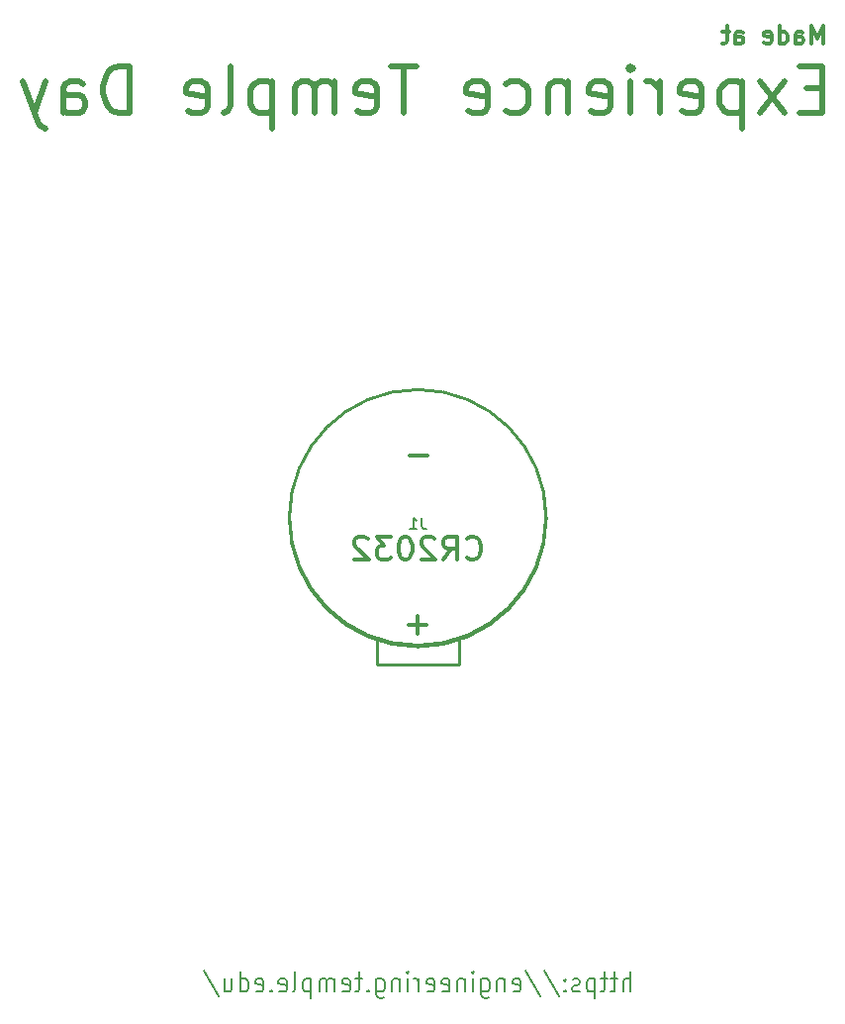
<source format=gbr>
G04 #@! TF.GenerationSoftware,KiCad,Pcbnew,(5.0.0)*
G04 #@! TF.CreationDate,2019-02-18T20:12:55-05:00*
G04 #@! TF.ProjectId,WS2812B Tiny T,575332383132422054696E7920542E6B,rev?*
G04 #@! TF.SameCoordinates,Original*
G04 #@! TF.FileFunction,Legend,Bot*
G04 #@! TF.FilePolarity,Positive*
%FSLAX46Y46*%
G04 Gerber Fmt 4.6, Leading zero omitted, Abs format (unit mm)*
G04 Created by KiCad (PCBNEW (5.0.0)) date 02/18/19 20:12:55*
%MOMM*%
%LPD*%
G01*
G04 APERTURE LIST*
%ADD10C,0.200000*%
%ADD11C,0.300000*%
%ADD12C,0.500000*%
%ADD13C,0.250000*%
%ADD14C,0.150000*%
G04 APERTURE END LIST*
D10*
X189425371Y-148292247D02*
X189425371Y-146592247D01*
X188782514Y-148292247D02*
X188782514Y-147401771D01*
X188853942Y-147239866D01*
X188996800Y-147158914D01*
X189211085Y-147158914D01*
X189353942Y-147239866D01*
X189425371Y-147320819D01*
X188282514Y-147158914D02*
X187711085Y-147158914D01*
X188068228Y-146592247D02*
X188068228Y-148049390D01*
X187996800Y-148211295D01*
X187853942Y-148292247D01*
X187711085Y-148292247D01*
X187425371Y-147158914D02*
X186853942Y-147158914D01*
X187211085Y-146592247D02*
X187211085Y-148049390D01*
X187139657Y-148211295D01*
X186996800Y-148292247D01*
X186853942Y-148292247D01*
X186353942Y-147158914D02*
X186353942Y-148858914D01*
X186353942Y-147239866D02*
X186211085Y-147158914D01*
X185925371Y-147158914D01*
X185782514Y-147239866D01*
X185711085Y-147320819D01*
X185639657Y-147482723D01*
X185639657Y-147968438D01*
X185711085Y-148130342D01*
X185782514Y-148211295D01*
X185925371Y-148292247D01*
X186211085Y-148292247D01*
X186353942Y-148211295D01*
X185068228Y-148211295D02*
X184925371Y-148292247D01*
X184639657Y-148292247D01*
X184496800Y-148211295D01*
X184425371Y-148049390D01*
X184425371Y-147968438D01*
X184496800Y-147806533D01*
X184639657Y-147725580D01*
X184853942Y-147725580D01*
X184996800Y-147644628D01*
X185068228Y-147482723D01*
X185068228Y-147401771D01*
X184996800Y-147239866D01*
X184853942Y-147158914D01*
X184639657Y-147158914D01*
X184496800Y-147239866D01*
X183782514Y-148130342D02*
X183711085Y-148211295D01*
X183782514Y-148292247D01*
X183853942Y-148211295D01*
X183782514Y-148130342D01*
X183782514Y-148292247D01*
X183782514Y-147239866D02*
X183711085Y-147320819D01*
X183782514Y-147401771D01*
X183853942Y-147320819D01*
X183782514Y-147239866D01*
X183782514Y-147401771D01*
X181996800Y-146511295D02*
X183282514Y-148697009D01*
X180425371Y-146511295D02*
X181711085Y-148697009D01*
X179353942Y-148211295D02*
X179496800Y-148292247D01*
X179782514Y-148292247D01*
X179925371Y-148211295D01*
X179996800Y-148049390D01*
X179996800Y-147401771D01*
X179925371Y-147239866D01*
X179782514Y-147158914D01*
X179496800Y-147158914D01*
X179353942Y-147239866D01*
X179282514Y-147401771D01*
X179282514Y-147563676D01*
X179996800Y-147725580D01*
X178639657Y-147158914D02*
X178639657Y-148292247D01*
X178639657Y-147320819D02*
X178568228Y-147239866D01*
X178425371Y-147158914D01*
X178211085Y-147158914D01*
X178068228Y-147239866D01*
X177996800Y-147401771D01*
X177996800Y-148292247D01*
X176639657Y-147158914D02*
X176639657Y-148535104D01*
X176711085Y-148697009D01*
X176782514Y-148777961D01*
X176925371Y-148858914D01*
X177139657Y-148858914D01*
X177282514Y-148777961D01*
X176639657Y-148211295D02*
X176782514Y-148292247D01*
X177068228Y-148292247D01*
X177211085Y-148211295D01*
X177282514Y-148130342D01*
X177353942Y-147968438D01*
X177353942Y-147482723D01*
X177282514Y-147320819D01*
X177211085Y-147239866D01*
X177068228Y-147158914D01*
X176782514Y-147158914D01*
X176639657Y-147239866D01*
X175925371Y-148292247D02*
X175925371Y-147158914D01*
X175925371Y-146592247D02*
X175996800Y-146673200D01*
X175925371Y-146754152D01*
X175853942Y-146673200D01*
X175925371Y-146592247D01*
X175925371Y-146754152D01*
X175211085Y-147158914D02*
X175211085Y-148292247D01*
X175211085Y-147320819D02*
X175139657Y-147239866D01*
X174996800Y-147158914D01*
X174782514Y-147158914D01*
X174639657Y-147239866D01*
X174568228Y-147401771D01*
X174568228Y-148292247D01*
X173282514Y-148211295D02*
X173425371Y-148292247D01*
X173711085Y-148292247D01*
X173853942Y-148211295D01*
X173925371Y-148049390D01*
X173925371Y-147401771D01*
X173853942Y-147239866D01*
X173711085Y-147158914D01*
X173425371Y-147158914D01*
X173282514Y-147239866D01*
X173211085Y-147401771D01*
X173211085Y-147563676D01*
X173925371Y-147725580D01*
X171996800Y-148211295D02*
X172139657Y-148292247D01*
X172425371Y-148292247D01*
X172568228Y-148211295D01*
X172639657Y-148049390D01*
X172639657Y-147401771D01*
X172568228Y-147239866D01*
X172425371Y-147158914D01*
X172139657Y-147158914D01*
X171996800Y-147239866D01*
X171925371Y-147401771D01*
X171925371Y-147563676D01*
X172639657Y-147725580D01*
X171282514Y-148292247D02*
X171282514Y-147158914D01*
X171282514Y-147482723D02*
X171211085Y-147320819D01*
X171139657Y-147239866D01*
X170996800Y-147158914D01*
X170853942Y-147158914D01*
X170353942Y-148292247D02*
X170353942Y-147158914D01*
X170353942Y-146592247D02*
X170425371Y-146673200D01*
X170353942Y-146754152D01*
X170282514Y-146673200D01*
X170353942Y-146592247D01*
X170353942Y-146754152D01*
X169639657Y-147158914D02*
X169639657Y-148292247D01*
X169639657Y-147320819D02*
X169568228Y-147239866D01*
X169425371Y-147158914D01*
X169211085Y-147158914D01*
X169068228Y-147239866D01*
X168996800Y-147401771D01*
X168996800Y-148292247D01*
X167639657Y-147158914D02*
X167639657Y-148535104D01*
X167711085Y-148697009D01*
X167782514Y-148777961D01*
X167925371Y-148858914D01*
X168139657Y-148858914D01*
X168282514Y-148777961D01*
X167639657Y-148211295D02*
X167782514Y-148292247D01*
X168068228Y-148292247D01*
X168211085Y-148211295D01*
X168282514Y-148130342D01*
X168353942Y-147968438D01*
X168353942Y-147482723D01*
X168282514Y-147320819D01*
X168211085Y-147239866D01*
X168068228Y-147158914D01*
X167782514Y-147158914D01*
X167639657Y-147239866D01*
X166925371Y-148130342D02*
X166853942Y-148211295D01*
X166925371Y-148292247D01*
X166996800Y-148211295D01*
X166925371Y-148130342D01*
X166925371Y-148292247D01*
X166425371Y-147158914D02*
X165853942Y-147158914D01*
X166211085Y-146592247D02*
X166211085Y-148049390D01*
X166139657Y-148211295D01*
X165996800Y-148292247D01*
X165853942Y-148292247D01*
X164782514Y-148211295D02*
X164925371Y-148292247D01*
X165211085Y-148292247D01*
X165353942Y-148211295D01*
X165425371Y-148049390D01*
X165425371Y-147401771D01*
X165353942Y-147239866D01*
X165211085Y-147158914D01*
X164925371Y-147158914D01*
X164782514Y-147239866D01*
X164711085Y-147401771D01*
X164711085Y-147563676D01*
X165425371Y-147725580D01*
X164068228Y-148292247D02*
X164068228Y-147158914D01*
X164068228Y-147320819D02*
X163996800Y-147239866D01*
X163853942Y-147158914D01*
X163639657Y-147158914D01*
X163496800Y-147239866D01*
X163425371Y-147401771D01*
X163425371Y-148292247D01*
X163425371Y-147401771D02*
X163353942Y-147239866D01*
X163211085Y-147158914D01*
X162996800Y-147158914D01*
X162853942Y-147239866D01*
X162782514Y-147401771D01*
X162782514Y-148292247D01*
X162068228Y-147158914D02*
X162068228Y-148858914D01*
X162068228Y-147239866D02*
X161925371Y-147158914D01*
X161639657Y-147158914D01*
X161496800Y-147239866D01*
X161425371Y-147320819D01*
X161353942Y-147482723D01*
X161353942Y-147968438D01*
X161425371Y-148130342D01*
X161496800Y-148211295D01*
X161639657Y-148292247D01*
X161925371Y-148292247D01*
X162068228Y-148211295D01*
X160496800Y-148292247D02*
X160639657Y-148211295D01*
X160711085Y-148049390D01*
X160711085Y-146592247D01*
X159353942Y-148211295D02*
X159496800Y-148292247D01*
X159782514Y-148292247D01*
X159925371Y-148211295D01*
X159996800Y-148049390D01*
X159996800Y-147401771D01*
X159925371Y-147239866D01*
X159782514Y-147158914D01*
X159496800Y-147158914D01*
X159353942Y-147239866D01*
X159282514Y-147401771D01*
X159282514Y-147563676D01*
X159996800Y-147725580D01*
X158639657Y-148130342D02*
X158568228Y-148211295D01*
X158639657Y-148292247D01*
X158711085Y-148211295D01*
X158639657Y-148130342D01*
X158639657Y-148292247D01*
X157353942Y-148211295D02*
X157496800Y-148292247D01*
X157782514Y-148292247D01*
X157925371Y-148211295D01*
X157996800Y-148049390D01*
X157996800Y-147401771D01*
X157925371Y-147239866D01*
X157782514Y-147158914D01*
X157496800Y-147158914D01*
X157353942Y-147239866D01*
X157282514Y-147401771D01*
X157282514Y-147563676D01*
X157996800Y-147725580D01*
X155996800Y-148292247D02*
X155996800Y-146592247D01*
X155996800Y-148211295D02*
X156139657Y-148292247D01*
X156425371Y-148292247D01*
X156568228Y-148211295D01*
X156639657Y-148130342D01*
X156711085Y-147968438D01*
X156711085Y-147482723D01*
X156639657Y-147320819D01*
X156568228Y-147239866D01*
X156425371Y-147158914D01*
X156139657Y-147158914D01*
X155996800Y-147239866D01*
X154639657Y-147158914D02*
X154639657Y-148292247D01*
X155282514Y-147158914D02*
X155282514Y-148049390D01*
X155211085Y-148211295D01*
X155068228Y-148292247D01*
X154853942Y-148292247D01*
X154711085Y-148211295D01*
X154639657Y-148130342D01*
X152853942Y-146511295D02*
X154139657Y-148697009D01*
D11*
X205854571Y-67226571D02*
X205854571Y-65726571D01*
X205354571Y-66798000D01*
X204854571Y-65726571D01*
X204854571Y-67226571D01*
X203497428Y-67226571D02*
X203497428Y-66440857D01*
X203568857Y-66298000D01*
X203711714Y-66226571D01*
X203997428Y-66226571D01*
X204140285Y-66298000D01*
X203497428Y-67155142D02*
X203640285Y-67226571D01*
X203997428Y-67226571D01*
X204140285Y-67155142D01*
X204211714Y-67012285D01*
X204211714Y-66869428D01*
X204140285Y-66726571D01*
X203997428Y-66655142D01*
X203640285Y-66655142D01*
X203497428Y-66583714D01*
X202140285Y-67226571D02*
X202140285Y-65726571D01*
X202140285Y-67155142D02*
X202283142Y-67226571D01*
X202568857Y-67226571D01*
X202711714Y-67155142D01*
X202783142Y-67083714D01*
X202854571Y-66940857D01*
X202854571Y-66512285D01*
X202783142Y-66369428D01*
X202711714Y-66298000D01*
X202568857Y-66226571D01*
X202283142Y-66226571D01*
X202140285Y-66298000D01*
X200854571Y-67155142D02*
X200997428Y-67226571D01*
X201283142Y-67226571D01*
X201426000Y-67155142D01*
X201497428Y-67012285D01*
X201497428Y-66440857D01*
X201426000Y-66298000D01*
X201283142Y-66226571D01*
X200997428Y-66226571D01*
X200854571Y-66298000D01*
X200783142Y-66440857D01*
X200783142Y-66583714D01*
X201497428Y-66726571D01*
X198354571Y-67226571D02*
X198354571Y-66440857D01*
X198426000Y-66298000D01*
X198568857Y-66226571D01*
X198854571Y-66226571D01*
X198997428Y-66298000D01*
X198354571Y-67155142D02*
X198497428Y-67226571D01*
X198854571Y-67226571D01*
X198997428Y-67155142D01*
X199068857Y-67012285D01*
X199068857Y-66869428D01*
X198997428Y-66726571D01*
X198854571Y-66655142D01*
X198497428Y-66655142D01*
X198354571Y-66583714D01*
X197854571Y-66226571D02*
X197283142Y-66226571D01*
X197640285Y-65726571D02*
X197640285Y-67012285D01*
X197568857Y-67155142D01*
X197426000Y-67226571D01*
X197283142Y-67226571D01*
D12*
X205805600Y-71037485D02*
X204472266Y-71037485D01*
X203900838Y-73132723D02*
X205805600Y-73132723D01*
X205805600Y-69132723D01*
X203900838Y-69132723D01*
X202567504Y-73132723D02*
X200472266Y-70466057D01*
X202567504Y-70466057D02*
X200472266Y-73132723D01*
X198948457Y-70466057D02*
X198948457Y-74466057D01*
X198948457Y-70656533D02*
X198567504Y-70466057D01*
X197805600Y-70466057D01*
X197424647Y-70656533D01*
X197234171Y-70847009D01*
X197043695Y-71227961D01*
X197043695Y-72370819D01*
X197234171Y-72751771D01*
X197424647Y-72942247D01*
X197805600Y-73132723D01*
X198567504Y-73132723D01*
X198948457Y-72942247D01*
X193805600Y-72942247D02*
X194186552Y-73132723D01*
X194948457Y-73132723D01*
X195329409Y-72942247D01*
X195519885Y-72561295D01*
X195519885Y-71037485D01*
X195329409Y-70656533D01*
X194948457Y-70466057D01*
X194186552Y-70466057D01*
X193805600Y-70656533D01*
X193615123Y-71037485D01*
X193615123Y-71418438D01*
X195519885Y-71799390D01*
X191900838Y-73132723D02*
X191900838Y-70466057D01*
X191900838Y-71227961D02*
X191710361Y-70847009D01*
X191519885Y-70656533D01*
X191138933Y-70466057D01*
X190757980Y-70466057D01*
X189424647Y-73132723D02*
X189424647Y-70466057D01*
X189424647Y-69132723D02*
X189615123Y-69323200D01*
X189424647Y-69513676D01*
X189234171Y-69323200D01*
X189424647Y-69132723D01*
X189424647Y-69513676D01*
X185996076Y-72942247D02*
X186377028Y-73132723D01*
X187138933Y-73132723D01*
X187519885Y-72942247D01*
X187710361Y-72561295D01*
X187710361Y-71037485D01*
X187519885Y-70656533D01*
X187138933Y-70466057D01*
X186377028Y-70466057D01*
X185996076Y-70656533D01*
X185805600Y-71037485D01*
X185805600Y-71418438D01*
X187710361Y-71799390D01*
X184091314Y-70466057D02*
X184091314Y-73132723D01*
X184091314Y-70847009D02*
X183900838Y-70656533D01*
X183519885Y-70466057D01*
X182948457Y-70466057D01*
X182567504Y-70656533D01*
X182377028Y-71037485D01*
X182377028Y-73132723D01*
X178757980Y-72942247D02*
X179138933Y-73132723D01*
X179900838Y-73132723D01*
X180281790Y-72942247D01*
X180472266Y-72751771D01*
X180662742Y-72370819D01*
X180662742Y-71227961D01*
X180472266Y-70847009D01*
X180281790Y-70656533D01*
X179900838Y-70466057D01*
X179138933Y-70466057D01*
X178757980Y-70656533D01*
X175519885Y-72942247D02*
X175900838Y-73132723D01*
X176662742Y-73132723D01*
X177043695Y-72942247D01*
X177234171Y-72561295D01*
X177234171Y-71037485D01*
X177043695Y-70656533D01*
X176662742Y-70466057D01*
X175900838Y-70466057D01*
X175519885Y-70656533D01*
X175329409Y-71037485D01*
X175329409Y-71418438D01*
X177234171Y-71799390D01*
X171138933Y-69132723D02*
X168853219Y-69132723D01*
X169996076Y-73132723D02*
X169996076Y-69132723D01*
X165996076Y-72942247D02*
X166377028Y-73132723D01*
X167138933Y-73132723D01*
X167519885Y-72942247D01*
X167710361Y-72561295D01*
X167710361Y-71037485D01*
X167519885Y-70656533D01*
X167138933Y-70466057D01*
X166377028Y-70466057D01*
X165996076Y-70656533D01*
X165805600Y-71037485D01*
X165805600Y-71418438D01*
X167710361Y-71799390D01*
X164091314Y-73132723D02*
X164091314Y-70466057D01*
X164091314Y-70847009D02*
X163900838Y-70656533D01*
X163519885Y-70466057D01*
X162948457Y-70466057D01*
X162567504Y-70656533D01*
X162377028Y-71037485D01*
X162377028Y-73132723D01*
X162377028Y-71037485D02*
X162186552Y-70656533D01*
X161805600Y-70466057D01*
X161234171Y-70466057D01*
X160853219Y-70656533D01*
X160662742Y-71037485D01*
X160662742Y-73132723D01*
X158757980Y-70466057D02*
X158757980Y-74466057D01*
X158757980Y-70656533D02*
X158377028Y-70466057D01*
X157615123Y-70466057D01*
X157234171Y-70656533D01*
X157043695Y-70847009D01*
X156853219Y-71227961D01*
X156853219Y-72370819D01*
X157043695Y-72751771D01*
X157234171Y-72942247D01*
X157615123Y-73132723D01*
X158377028Y-73132723D01*
X158757980Y-72942247D01*
X154567504Y-73132723D02*
X154948457Y-72942247D01*
X155138933Y-72561295D01*
X155138933Y-69132723D01*
X151519885Y-72942247D02*
X151900838Y-73132723D01*
X152662742Y-73132723D01*
X153043695Y-72942247D01*
X153234171Y-72561295D01*
X153234171Y-71037485D01*
X153043695Y-70656533D01*
X152662742Y-70466057D01*
X151900838Y-70466057D01*
X151519885Y-70656533D01*
X151329409Y-71037485D01*
X151329409Y-71418438D01*
X153234171Y-71799390D01*
X146567504Y-73132723D02*
X146567504Y-69132723D01*
X145615123Y-69132723D01*
X145043695Y-69323200D01*
X144662742Y-69704152D01*
X144472266Y-70085104D01*
X144281790Y-70847009D01*
X144281790Y-71418438D01*
X144472266Y-72180342D01*
X144662742Y-72561295D01*
X145043695Y-72942247D01*
X145615123Y-73132723D01*
X146567504Y-73132723D01*
X140853219Y-73132723D02*
X140853219Y-71037485D01*
X141043695Y-70656533D01*
X141424647Y-70466057D01*
X142186552Y-70466057D01*
X142567504Y-70656533D01*
X140853219Y-72942247D02*
X141234171Y-73132723D01*
X142186552Y-73132723D01*
X142567504Y-72942247D01*
X142757980Y-72561295D01*
X142757980Y-72180342D01*
X142567504Y-71799390D01*
X142186552Y-71608914D01*
X141234171Y-71608914D01*
X140853219Y-71418438D01*
X139329409Y-70466057D02*
X138377028Y-73132723D01*
X137424647Y-70466057D02*
X138377028Y-73132723D01*
X138757980Y-74085104D01*
X138948457Y-74275580D01*
X139329409Y-74466057D01*
D10*
X182120953Y-107696000D02*
G75*
G03X182120953Y-107696000I-10924953J0D01*
G01*
D13*
G04 #@! TO.C,J1*
X171200000Y-120300000D02*
X174700000Y-120300000D01*
X174700000Y-120300000D02*
X174700000Y-118300000D01*
X171200000Y-120300000D02*
X168200000Y-120300000D01*
X168200000Y-120300000D02*
X167700000Y-120300000D01*
X167700000Y-120300000D02*
X167700000Y-118300000D01*
X182200000Y-107800000D02*
G75*
G03X182200000Y-107800000I-11000000J0D01*
G01*
D14*
X171533333Y-107752380D02*
X171533333Y-108466666D01*
X171580952Y-108609523D01*
X171676190Y-108704761D01*
X171819047Y-108752380D01*
X171914285Y-108752380D01*
X170533333Y-108752380D02*
X171104761Y-108752380D01*
X170819047Y-108752380D02*
X170819047Y-107752380D01*
X170914285Y-107895238D01*
X171009523Y-107990476D01*
X171104761Y-108038095D01*
D11*
X175390476Y-111181285D02*
X175485714Y-111276523D01*
X175771428Y-111371761D01*
X175961904Y-111371761D01*
X176247619Y-111276523D01*
X176438095Y-111086047D01*
X176533333Y-110895571D01*
X176628571Y-110514619D01*
X176628571Y-110228904D01*
X176533333Y-109847952D01*
X176438095Y-109657476D01*
X176247619Y-109467000D01*
X175961904Y-109371761D01*
X175771428Y-109371761D01*
X175485714Y-109467000D01*
X175390476Y-109562238D01*
X173390476Y-111371761D02*
X174057142Y-110419380D01*
X174533333Y-111371761D02*
X174533333Y-109371761D01*
X173771428Y-109371761D01*
X173580952Y-109467000D01*
X173485714Y-109562238D01*
X173390476Y-109752714D01*
X173390476Y-110038428D01*
X173485714Y-110228904D01*
X173580952Y-110324142D01*
X173771428Y-110419380D01*
X174533333Y-110419380D01*
X172628571Y-109562238D02*
X172533333Y-109467000D01*
X172342857Y-109371761D01*
X171866666Y-109371761D01*
X171676190Y-109467000D01*
X171580952Y-109562238D01*
X171485714Y-109752714D01*
X171485714Y-109943190D01*
X171580952Y-110228904D01*
X172723809Y-111371761D01*
X171485714Y-111371761D01*
X170247619Y-109371761D02*
X170057142Y-109371761D01*
X169866666Y-109467000D01*
X169771428Y-109562238D01*
X169676190Y-109752714D01*
X169580952Y-110133666D01*
X169580952Y-110609857D01*
X169676190Y-110990809D01*
X169771428Y-111181285D01*
X169866666Y-111276523D01*
X170057142Y-111371761D01*
X170247619Y-111371761D01*
X170438095Y-111276523D01*
X170533333Y-111181285D01*
X170628571Y-110990809D01*
X170723809Y-110609857D01*
X170723809Y-110133666D01*
X170628571Y-109752714D01*
X170533333Y-109562238D01*
X170438095Y-109467000D01*
X170247619Y-109371761D01*
X168914285Y-109371761D02*
X167676190Y-109371761D01*
X168342857Y-110133666D01*
X168057142Y-110133666D01*
X167866666Y-110228904D01*
X167771428Y-110324142D01*
X167676190Y-110514619D01*
X167676190Y-110990809D01*
X167771428Y-111181285D01*
X167866666Y-111276523D01*
X168057142Y-111371761D01*
X168628571Y-111371761D01*
X168819047Y-111276523D01*
X168914285Y-111181285D01*
X166914285Y-109562238D02*
X166819047Y-109467000D01*
X166628571Y-109371761D01*
X166152380Y-109371761D01*
X165961904Y-109467000D01*
X165866666Y-109562238D01*
X165771428Y-109752714D01*
X165771428Y-109943190D01*
X165866666Y-110228904D01*
X167009523Y-111371761D01*
X165771428Y-111371761D01*
X172008704Y-102442857D02*
X170484895Y-102442857D01*
X171961904Y-116942857D02*
X170438095Y-116942857D01*
X171200000Y-117704761D02*
X171200000Y-116180952D01*
G04 #@! TD*
M02*

</source>
